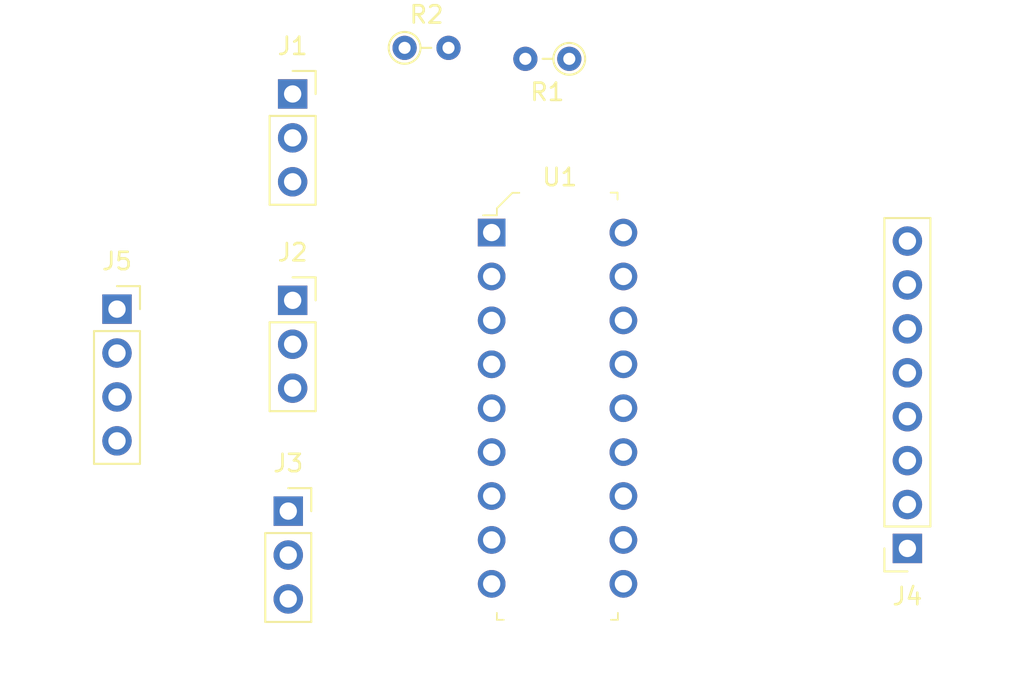
<source format=kicad_pcb>
(kicad_pcb (version 20171130) (host pcbnew "(5.1.2)-1")

  (general
    (thickness 1.6)
    (drawings 0)
    (tracks 0)
    (zones 0)
    (modules 8)
    (nets 17)
  )

  (page A4)
  (layers
    (0 F.Cu signal)
    (31 B.Cu signal)
    (32 B.Adhes user)
    (33 F.Adhes user)
    (34 B.Paste user)
    (35 F.Paste user)
    (36 B.SilkS user)
    (37 F.SilkS user)
    (38 B.Mask user)
    (39 F.Mask user)
    (40 Dwgs.User user)
    (41 Cmts.User user)
    (42 Eco1.User user)
    (43 Eco2.User user)
    (44 Edge.Cuts user)
    (45 Margin user)
    (46 B.CrtYd user)
    (47 F.CrtYd user)
    (48 B.Fab user)
    (49 F.Fab user)
  )

  (setup
    (last_trace_width 0.25)
    (trace_clearance 0.2)
    (zone_clearance 0.508)
    (zone_45_only no)
    (trace_min 0.2)
    (via_size 0.8)
    (via_drill 0.4)
    (via_min_size 0.4)
    (via_min_drill 0.3)
    (uvia_size 0.3)
    (uvia_drill 0.1)
    (uvias_allowed no)
    (uvia_min_size 0.2)
    (uvia_min_drill 0.1)
    (edge_width 0.1)
    (segment_width 0.2)
    (pcb_text_width 0.3)
    (pcb_text_size 1.5 1.5)
    (mod_edge_width 0.15)
    (mod_text_size 1 1)
    (mod_text_width 0.15)
    (pad_size 1.524 1.524)
    (pad_drill 0.762)
    (pad_to_mask_clearance 0)
    (aux_axis_origin 0 0)
    (visible_elements FFFFFF7F)
    (pcbplotparams
      (layerselection 0x010fc_ffffffff)
      (usegerberextensions false)
      (usegerberattributes false)
      (usegerberadvancedattributes false)
      (creategerberjobfile false)
      (excludeedgelayer true)
      (linewidth 0.100000)
      (plotframeref false)
      (viasonmask false)
      (mode 1)
      (useauxorigin false)
      (hpglpennumber 1)
      (hpglpenspeed 20)
      (hpglpendiameter 15.000000)
      (psnegative false)
      (psa4output false)
      (plotreference true)
      (plotvalue true)
      (plotinvisibletext false)
      (padsonsilk false)
      (subtractmaskfromsilk false)
      (outputformat 1)
      (mirror false)
      (drillshape 1)
      (scaleselection 1)
      (outputdirectory ""))
  )

  (net 0 "")
  (net 1 GND)
  (net 2 "Net-(J1-Pad2)")
  (net 3 VCC)
  (net 4 "Net-(J2-Pad2)")
  (net 5 "Net-(J3-Pad2)")
  (net 6 "Net-(J4-Pad8)")
  (net 7 "Net-(J4-Pad7)")
  (net 8 "Net-(J4-Pad6)")
  (net 9 "Net-(J4-Pad5)")
  (net 10 "Net-(J4-Pad4)")
  (net 11 "Net-(J4-Pad3)")
  (net 12 "Net-(J4-Pad2)")
  (net 13 "Net-(J4-Pad1)")
  (net 14 /SCL)
  (net 15 /SDA)
  (net 16 "Net-(U1-Pad7)")

  (net_class Default "This is the default net class."
    (clearance 0.2)
    (trace_width 0.25)
    (via_dia 0.8)
    (via_drill 0.4)
    (uvia_dia 0.3)
    (uvia_drill 0.1)
    (add_net /SCL)
    (add_net /SDA)
    (add_net GND)
    (add_net "Net-(J1-Pad2)")
    (add_net "Net-(J2-Pad2)")
    (add_net "Net-(J3-Pad2)")
    (add_net "Net-(J4-Pad1)")
    (add_net "Net-(J4-Pad2)")
    (add_net "Net-(J4-Pad3)")
    (add_net "Net-(J4-Pad4)")
    (add_net "Net-(J4-Pad5)")
    (add_net "Net-(J4-Pad6)")
    (add_net "Net-(J4-Pad7)")
    (add_net "Net-(J4-Pad8)")
    (add_net "Net-(U1-Pad7)")
    (add_net VCC)
  )

  (module digikey-footprints:DIP-18_W7.62mm (layer F.Cu) (tedit 596F86A9) (tstamp 5E98108B)
    (at 106.6356 101.3626)
    (descr http://www.ti.com/lit/ds/symlink/tpic6b595.pdf)
    (path /5E97681C)
    (fp_text reference U1 (at 3.94 -3.2) (layer F.SilkS)
      (effects (font (size 1 1) (thickness 0.15)))
    )
    (fp_text value MCP23008-E_P (at 3.88 24.81) (layer F.Fab)
      (effects (font (size 1 1) (thickness 0.15)))
    )
    (fp_line (start 7.08 -2.1) (end 7.08 22.2) (layer F.Fab) (width 0.1))
    (fp_line (start 0.48 -1.2) (end 1.38 -2.1) (layer F.Fab) (width 0.1))
    (fp_line (start 1.38 -2.1) (end 7.08 -2.1) (layer F.Fab) (width 0.1))
    (fp_line (start 0.48 -1.2) (end 0.48 22.2) (layer F.Fab) (width 0.1))
    (fp_line (start 7.28 -2.31) (end 6.88 -2.31) (layer F.SilkS) (width 0.1))
    (fp_line (start 7.28 -1.91) (end 7.28 -2.31) (layer F.SilkS) (width 0.1))
    (fp_line (start -1.05 -2.25) (end -1.05 22.45) (layer F.CrtYd) (width 0.05))
    (fp_line (start 8.67 22.45) (end 8.67 -2.25) (layer F.CrtYd) (width 0.05))
    (fp_line (start -1.05 -2.35) (end 8.67 -2.35) (layer F.CrtYd) (width 0.05))
    (fp_text user REF** (at 3.84 7.67) (layer F.Fab)
      (effects (font (size 1 1) (thickness 0.1)))
    )
    (fp_line (start 0.48 22.2) (end 7.08 22.2) (layer F.Fab) (width 0.1))
    (fp_line (start 0.3 22.4) (end 0.7 22.4) (layer F.SilkS) (width 0.1))
    (fp_line (start 0.3 22) (end 0.3 22.4) (layer F.SilkS) (width 0.1))
    (fp_line (start 7.3 22.4) (end 7.3 22) (layer F.SilkS) (width 0.1))
    (fp_line (start 6.9 22.4) (end 7.3 22.4) (layer F.SilkS) (width 0.1))
    (fp_line (start -1.05 22.45) (end 8.67 22.45) (layer F.CrtYd) (width 0.05))
    (fp_line (start -1.05 -2.35) (end -1.05 -2.25) (layer F.CrtYd) (width 0.05))
    (fp_line (start 8.67 -2.35) (end 8.67 -2.25) (layer F.CrtYd) (width 0.05))
    (fp_line (start 0.3 -1) (end -0.5 -1) (layer F.SilkS) (width 0.1))
    (fp_line (start 0.3 -1.4) (end 0.3 -1) (layer F.SilkS) (width 0.1))
    (fp_line (start 1.2 -2.3) (end 0.3 -1.4) (layer F.SilkS) (width 0.1))
    (fp_line (start 1.6 -2.3) (end 1.2 -2.3) (layer F.SilkS) (width 0.1))
    (pad 10 thru_hole circle (at 7.62 20.32) (size 1.6 1.6) (drill 1) (layers *.Cu *.Mask)
      (net 13 "Net-(J4-Pad1)"))
    (pad 9 thru_hole circle (at 0 20.32) (size 1.6 1.6) (drill 1) (layers *.Cu *.Mask)
      (net 1 GND))
    (pad 11 thru_hole circle (at 7.62 17.78) (size 1.6 1.6) (drill 1) (layers *.Cu *.Mask)
      (net 12 "Net-(J4-Pad2)"))
    (pad 8 thru_hole circle (at 0 17.78) (size 1.6 1.6) (drill 1) (layers *.Cu *.Mask)
      (net 1 GND))
    (pad 18 thru_hole circle (at 7.62 0) (size 1.6 1.6) (drill 1) (layers *.Cu *.Mask)
      (net 3 VCC))
    (pad 17 thru_hole circle (at 7.62 2.54) (size 1.6 1.6) (drill 1) (layers *.Cu *.Mask)
      (net 6 "Net-(J4-Pad8)"))
    (pad 16 thru_hole circle (at 7.62 5.08) (size 1.6 1.6) (drill 1) (layers *.Cu *.Mask)
      (net 7 "Net-(J4-Pad7)"))
    (pad 15 thru_hole circle (at 7.62 7.62) (size 1.6 1.6) (drill 1) (layers *.Cu *.Mask)
      (net 8 "Net-(J4-Pad6)"))
    (pad 14 thru_hole circle (at 7.62 10.16) (size 1.6 1.6) (drill 1) (layers *.Cu *.Mask)
      (net 9 "Net-(J4-Pad5)"))
    (pad 13 thru_hole circle (at 7.62 12.7) (size 1.6 1.6) (drill 1) (layers *.Cu *.Mask)
      (net 10 "Net-(J4-Pad4)"))
    (pad 12 thru_hole circle (at 7.62 15.24) (size 1.6 1.6) (drill 1) (layers *.Cu *.Mask)
      (net 11 "Net-(J4-Pad3)"))
    (pad 7 thru_hole circle (at 0 15.24) (size 1.6 1.6) (drill 1) (layers *.Cu *.Mask)
      (net 16 "Net-(U1-Pad7)"))
    (pad 6 thru_hole circle (at 0 12.7) (size 1.6 1.6) (drill 1) (layers *.Cu *.Mask)
      (net 3 VCC))
    (pad 5 thru_hole circle (at 0 10.16) (size 1.6 1.6) (drill 1) (layers *.Cu *.Mask)
      (net 5 "Net-(J3-Pad2)"))
    (pad 4 thru_hole circle (at 0 7.62) (size 1.6 1.6) (drill 1) (layers *.Cu *.Mask)
      (net 4 "Net-(J2-Pad2)"))
    (pad 3 thru_hole circle (at 0 5.08) (size 1.6 1.6) (drill 1) (layers *.Cu *.Mask)
      (net 2 "Net-(J1-Pad2)"))
    (pad 2 thru_hole circle (at 0 2.54) (size 1.6 1.6) (drill 1) (layers *.Cu *.Mask)
      (net 15 /SDA))
    (pad 1 thru_hole rect (at 0 0) (size 1.6 1.6) (drill 1) (layers *.Cu *.Mask)
      (net 14 /SCL))
  )

  (module Resistor_THT:R_Axial_DIN0204_L3.6mm_D1.6mm_P2.54mm_Vertical (layer F.Cu) (tedit 5AE5139B) (tstamp 5E98105F)
    (at 101.6 90.678)
    (descr "Resistor, Axial_DIN0204 series, Axial, Vertical, pin pitch=2.54mm, 0.167W, length*diameter=3.6*1.6mm^2, http://cdn-reichelt.de/documents/datenblatt/B400/1_4W%23YAG.pdf")
    (tags "Resistor Axial_DIN0204 series Axial Vertical pin pitch 2.54mm 0.167W length 3.6mm diameter 1.6mm")
    (path /5E9B67C4)
    (fp_text reference R2 (at 1.27 -1.92) (layer F.SilkS)
      (effects (font (size 1 1) (thickness 0.15)))
    )
    (fp_text value 1K (at 1.27 1.92) (layer F.Fab)
      (effects (font (size 1 1) (thickness 0.15)))
    )
    (fp_text user %R (at 1.27 -1.92) (layer F.Fab)
      (effects (font (size 1 1) (thickness 0.15)))
    )
    (fp_line (start 3.49 -1.05) (end -1.05 -1.05) (layer F.CrtYd) (width 0.05))
    (fp_line (start 3.49 1.05) (end 3.49 -1.05) (layer F.CrtYd) (width 0.05))
    (fp_line (start -1.05 1.05) (end 3.49 1.05) (layer F.CrtYd) (width 0.05))
    (fp_line (start -1.05 -1.05) (end -1.05 1.05) (layer F.CrtYd) (width 0.05))
    (fp_line (start 0.92 0) (end 1.54 0) (layer F.SilkS) (width 0.12))
    (fp_line (start 0 0) (end 2.54 0) (layer F.Fab) (width 0.1))
    (fp_circle (center 0 0) (end 0.92 0) (layer F.SilkS) (width 0.12))
    (fp_circle (center 0 0) (end 0.8 0) (layer F.Fab) (width 0.1))
    (pad 2 thru_hole oval (at 2.54 0) (size 1.4 1.4) (drill 0.7) (layers *.Cu *.Mask)
      (net 15 /SDA))
    (pad 1 thru_hole circle (at 0 0) (size 1.4 1.4) (drill 0.7) (layers *.Cu *.Mask)
      (net 3 VCC))
    (model ${KISYS3DMOD}/Resistor_THT.3dshapes/R_Axial_DIN0204_L3.6mm_D1.6mm_P2.54mm_Vertical.wrl
      (at (xyz 0 0 0))
      (scale (xyz 1 1 1))
      (rotate (xyz 0 0 0))
    )
  )

  (module Resistor_THT:R_Axial_DIN0204_L3.6mm_D1.6mm_P2.54mm_Vertical (layer F.Cu) (tedit 5AE5139B) (tstamp 5E981050)
    (at 111.125 91.313 180)
    (descr "Resistor, Axial_DIN0204 series, Axial, Vertical, pin pitch=2.54mm, 0.167W, length*diameter=3.6*1.6mm^2, http://cdn-reichelt.de/documents/datenblatt/B400/1_4W%23YAG.pdf")
    (tags "Resistor Axial_DIN0204 series Axial Vertical pin pitch 2.54mm 0.167W length 3.6mm diameter 1.6mm")
    (path /5E9B4D29)
    (fp_text reference R1 (at 1.27 -1.92) (layer F.SilkS)
      (effects (font (size 1 1) (thickness 0.15)))
    )
    (fp_text value 1K (at 1.27 1.92) (layer F.Fab)
      (effects (font (size 1 1) (thickness 0.15)))
    )
    (fp_text user %R (at 1.27 -1.92) (layer F.Fab)
      (effects (font (size 1 1) (thickness 0.15)))
    )
    (fp_line (start 3.49 -1.05) (end -1.05 -1.05) (layer F.CrtYd) (width 0.05))
    (fp_line (start 3.49 1.05) (end 3.49 -1.05) (layer F.CrtYd) (width 0.05))
    (fp_line (start -1.05 1.05) (end 3.49 1.05) (layer F.CrtYd) (width 0.05))
    (fp_line (start -1.05 -1.05) (end -1.05 1.05) (layer F.CrtYd) (width 0.05))
    (fp_line (start 0.92 0) (end 1.54 0) (layer F.SilkS) (width 0.12))
    (fp_line (start 0 0) (end 2.54 0) (layer F.Fab) (width 0.1))
    (fp_circle (center 0 0) (end 0.92 0) (layer F.SilkS) (width 0.12))
    (fp_circle (center 0 0) (end 0.8 0) (layer F.Fab) (width 0.1))
    (pad 2 thru_hole oval (at 2.54 0 180) (size 1.4 1.4) (drill 0.7) (layers *.Cu *.Mask)
      (net 14 /SCL))
    (pad 1 thru_hole circle (at 0 0 180) (size 1.4 1.4) (drill 0.7) (layers *.Cu *.Mask)
      (net 3 VCC))
    (model ${KISYS3DMOD}/Resistor_THT.3dshapes/R_Axial_DIN0204_L3.6mm_D1.6mm_P2.54mm_Vertical.wrl
      (at (xyz 0 0 0))
      (scale (xyz 1 1 1))
      (rotate (xyz 0 0 0))
    )
  )

  (module Connector_PinSocket_2.54mm:PinSocket_1x04_P2.54mm_Vertical (layer F.Cu) (tedit 5A19A429) (tstamp 5E981041)
    (at 84.963 105.791)
    (descr "Through hole straight socket strip, 1x04, 2.54mm pitch, single row (from Kicad 4.0.7), script generated")
    (tags "Through hole socket strip THT 1x04 2.54mm single row")
    (path /5E985F93)
    (fp_text reference J5 (at 0 -2.77) (layer F.SilkS)
      (effects (font (size 1 1) (thickness 0.15)))
    )
    (fp_text value Conn_01x04_Male (at 0 10.39) (layer F.Fab)
      (effects (font (size 1 1) (thickness 0.15)))
    )
    (fp_text user %R (at 0 3.81 90) (layer F.Fab)
      (effects (font (size 1 1) (thickness 0.15)))
    )
    (fp_line (start -1.8 9.4) (end -1.8 -1.8) (layer F.CrtYd) (width 0.05))
    (fp_line (start 1.75 9.4) (end -1.8 9.4) (layer F.CrtYd) (width 0.05))
    (fp_line (start 1.75 -1.8) (end 1.75 9.4) (layer F.CrtYd) (width 0.05))
    (fp_line (start -1.8 -1.8) (end 1.75 -1.8) (layer F.CrtYd) (width 0.05))
    (fp_line (start 0 -1.33) (end 1.33 -1.33) (layer F.SilkS) (width 0.12))
    (fp_line (start 1.33 -1.33) (end 1.33 0) (layer F.SilkS) (width 0.12))
    (fp_line (start 1.33 1.27) (end 1.33 8.95) (layer F.SilkS) (width 0.12))
    (fp_line (start -1.33 8.95) (end 1.33 8.95) (layer F.SilkS) (width 0.12))
    (fp_line (start -1.33 1.27) (end -1.33 8.95) (layer F.SilkS) (width 0.12))
    (fp_line (start -1.33 1.27) (end 1.33 1.27) (layer F.SilkS) (width 0.12))
    (fp_line (start -1.27 8.89) (end -1.27 -1.27) (layer F.Fab) (width 0.1))
    (fp_line (start 1.27 8.89) (end -1.27 8.89) (layer F.Fab) (width 0.1))
    (fp_line (start 1.27 -0.635) (end 1.27 8.89) (layer F.Fab) (width 0.1))
    (fp_line (start 0.635 -1.27) (end 1.27 -0.635) (layer F.Fab) (width 0.1))
    (fp_line (start -1.27 -1.27) (end 0.635 -1.27) (layer F.Fab) (width 0.1))
    (pad 4 thru_hole oval (at 0 7.62) (size 1.7 1.7) (drill 1) (layers *.Cu *.Mask)
      (net 1 GND))
    (pad 3 thru_hole oval (at 0 5.08) (size 1.7 1.7) (drill 1) (layers *.Cu *.Mask)
      (net 14 /SCL))
    (pad 2 thru_hole oval (at 0 2.54) (size 1.7 1.7) (drill 1) (layers *.Cu *.Mask)
      (net 15 /SDA))
    (pad 1 thru_hole rect (at 0 0) (size 1.7 1.7) (drill 1) (layers *.Cu *.Mask)
      (net 3 VCC))
    (model ${KISYS3DMOD}/Connector_PinSocket_2.54mm.3dshapes/PinSocket_1x04_P2.54mm_Vertical.wrl
      (at (xyz 0 0 0))
      (scale (xyz 1 1 1))
      (rotate (xyz 0 0 0))
    )
  )

  (module Connector_PinSocket_2.54mm:PinSocket_1x08_P2.54mm_Vertical (layer F.Cu) (tedit 5A19A420) (tstamp 5E981029)
    (at 130.683 119.634 180)
    (descr "Through hole straight socket strip, 1x08, 2.54mm pitch, single row (from Kicad 4.0.7), script generated")
    (tags "Through hole socket strip THT 1x08 2.54mm single row")
    (path /5E9868A8)
    (fp_text reference J4 (at 0 -2.77) (layer F.SilkS)
      (effects (font (size 1 1) (thickness 0.15)))
    )
    (fp_text value Conn_01x08_Male (at 0 20.55) (layer F.Fab)
      (effects (font (size 1 1) (thickness 0.15)))
    )
    (fp_text user %R (at 0 8.89 90) (layer F.Fab)
      (effects (font (size 1 1) (thickness 0.15)))
    )
    (fp_line (start -1.8 19.55) (end -1.8 -1.8) (layer F.CrtYd) (width 0.05))
    (fp_line (start 1.75 19.55) (end -1.8 19.55) (layer F.CrtYd) (width 0.05))
    (fp_line (start 1.75 -1.8) (end 1.75 19.55) (layer F.CrtYd) (width 0.05))
    (fp_line (start -1.8 -1.8) (end 1.75 -1.8) (layer F.CrtYd) (width 0.05))
    (fp_line (start 0 -1.33) (end 1.33 -1.33) (layer F.SilkS) (width 0.12))
    (fp_line (start 1.33 -1.33) (end 1.33 0) (layer F.SilkS) (width 0.12))
    (fp_line (start 1.33 1.27) (end 1.33 19.11) (layer F.SilkS) (width 0.12))
    (fp_line (start -1.33 19.11) (end 1.33 19.11) (layer F.SilkS) (width 0.12))
    (fp_line (start -1.33 1.27) (end -1.33 19.11) (layer F.SilkS) (width 0.12))
    (fp_line (start -1.33 1.27) (end 1.33 1.27) (layer F.SilkS) (width 0.12))
    (fp_line (start -1.27 19.05) (end -1.27 -1.27) (layer F.Fab) (width 0.1))
    (fp_line (start 1.27 19.05) (end -1.27 19.05) (layer F.Fab) (width 0.1))
    (fp_line (start 1.27 -0.635) (end 1.27 19.05) (layer F.Fab) (width 0.1))
    (fp_line (start 0.635 -1.27) (end 1.27 -0.635) (layer F.Fab) (width 0.1))
    (fp_line (start -1.27 -1.27) (end 0.635 -1.27) (layer F.Fab) (width 0.1))
    (pad 8 thru_hole oval (at 0 17.78 180) (size 1.7 1.7) (drill 1) (layers *.Cu *.Mask)
      (net 6 "Net-(J4-Pad8)"))
    (pad 7 thru_hole oval (at 0 15.24 180) (size 1.7 1.7) (drill 1) (layers *.Cu *.Mask)
      (net 7 "Net-(J4-Pad7)"))
    (pad 6 thru_hole oval (at 0 12.7 180) (size 1.7 1.7) (drill 1) (layers *.Cu *.Mask)
      (net 8 "Net-(J4-Pad6)"))
    (pad 5 thru_hole oval (at 0 10.16 180) (size 1.7 1.7) (drill 1) (layers *.Cu *.Mask)
      (net 9 "Net-(J4-Pad5)"))
    (pad 4 thru_hole oval (at 0 7.62 180) (size 1.7 1.7) (drill 1) (layers *.Cu *.Mask)
      (net 10 "Net-(J4-Pad4)"))
    (pad 3 thru_hole oval (at 0 5.08 180) (size 1.7 1.7) (drill 1) (layers *.Cu *.Mask)
      (net 11 "Net-(J4-Pad3)"))
    (pad 2 thru_hole oval (at 0 2.54 180) (size 1.7 1.7) (drill 1) (layers *.Cu *.Mask)
      (net 12 "Net-(J4-Pad2)"))
    (pad 1 thru_hole rect (at 0 0 180) (size 1.7 1.7) (drill 1) (layers *.Cu *.Mask)
      (net 13 "Net-(J4-Pad1)"))
    (model ${KISYS3DMOD}/Connector_PinSocket_2.54mm.3dshapes/PinSocket_1x08_P2.54mm_Vertical.wrl
      (at (xyz 0 0 0))
      (scale (xyz 1 1 1))
      (rotate (xyz 0 0 0))
    )
  )

  (module Connector_PinSocket_2.54mm:PinSocket_1x03_P2.54mm_Vertical (layer F.Cu) (tedit 5A19A429) (tstamp 5E98100D)
    (at 94.869 117.475)
    (descr "Through hole straight socket strip, 1x03, 2.54mm pitch, single row (from Kicad 4.0.7), script generated")
    (tags "Through hole socket strip THT 1x03 2.54mm single row")
    (path /5E98323E)
    (fp_text reference J3 (at 0 -2.77) (layer F.SilkS)
      (effects (font (size 1 1) (thickness 0.15)))
    )
    (fp_text value Conn_01x03_Male (at 0 7.85) (layer F.Fab)
      (effects (font (size 1 1) (thickness 0.15)))
    )
    (fp_text user %R (at 0 2.54 90) (layer F.Fab)
      (effects (font (size 1 1) (thickness 0.15)))
    )
    (fp_line (start -1.8 6.85) (end -1.8 -1.8) (layer F.CrtYd) (width 0.05))
    (fp_line (start 1.75 6.85) (end -1.8 6.85) (layer F.CrtYd) (width 0.05))
    (fp_line (start 1.75 -1.8) (end 1.75 6.85) (layer F.CrtYd) (width 0.05))
    (fp_line (start -1.8 -1.8) (end 1.75 -1.8) (layer F.CrtYd) (width 0.05))
    (fp_line (start 0 -1.33) (end 1.33 -1.33) (layer F.SilkS) (width 0.12))
    (fp_line (start 1.33 -1.33) (end 1.33 0) (layer F.SilkS) (width 0.12))
    (fp_line (start 1.33 1.27) (end 1.33 6.41) (layer F.SilkS) (width 0.12))
    (fp_line (start -1.33 6.41) (end 1.33 6.41) (layer F.SilkS) (width 0.12))
    (fp_line (start -1.33 1.27) (end -1.33 6.41) (layer F.SilkS) (width 0.12))
    (fp_line (start -1.33 1.27) (end 1.33 1.27) (layer F.SilkS) (width 0.12))
    (fp_line (start -1.27 6.35) (end -1.27 -1.27) (layer F.Fab) (width 0.1))
    (fp_line (start 1.27 6.35) (end -1.27 6.35) (layer F.Fab) (width 0.1))
    (fp_line (start 1.27 -0.635) (end 1.27 6.35) (layer F.Fab) (width 0.1))
    (fp_line (start 0.635 -1.27) (end 1.27 -0.635) (layer F.Fab) (width 0.1))
    (fp_line (start -1.27 -1.27) (end 0.635 -1.27) (layer F.Fab) (width 0.1))
    (pad 3 thru_hole oval (at 0 5.08) (size 1.7 1.7) (drill 1) (layers *.Cu *.Mask)
      (net 1 GND))
    (pad 2 thru_hole oval (at 0 2.54) (size 1.7 1.7) (drill 1) (layers *.Cu *.Mask)
      (net 5 "Net-(J3-Pad2)"))
    (pad 1 thru_hole rect (at 0 0) (size 1.7 1.7) (drill 1) (layers *.Cu *.Mask)
      (net 3 VCC))
    (model ${KISYS3DMOD}/Connector_PinSocket_2.54mm.3dshapes/PinSocket_1x03_P2.54mm_Vertical.wrl
      (at (xyz 0 0 0))
      (scale (xyz 1 1 1))
      (rotate (xyz 0 0 0))
    )
  )

  (module Connector_PinSocket_2.54mm:PinSocket_1x03_P2.54mm_Vertical (layer F.Cu) (tedit 5A19A429) (tstamp 5E980FF6)
    (at 95.123 105.283)
    (descr "Through hole straight socket strip, 1x03, 2.54mm pitch, single row (from Kicad 4.0.7), script generated")
    (tags "Through hole socket strip THT 1x03 2.54mm single row")
    (path /5E982BDF)
    (fp_text reference J2 (at 0 -2.77) (layer F.SilkS)
      (effects (font (size 1 1) (thickness 0.15)))
    )
    (fp_text value Conn_01x03_Male (at 0 7.85) (layer F.Fab)
      (effects (font (size 1 1) (thickness 0.15)))
    )
    (fp_text user %R (at 0 2.54 90) (layer F.Fab)
      (effects (font (size 1 1) (thickness 0.15)))
    )
    (fp_line (start -1.8 6.85) (end -1.8 -1.8) (layer F.CrtYd) (width 0.05))
    (fp_line (start 1.75 6.85) (end -1.8 6.85) (layer F.CrtYd) (width 0.05))
    (fp_line (start 1.75 -1.8) (end 1.75 6.85) (layer F.CrtYd) (width 0.05))
    (fp_line (start -1.8 -1.8) (end 1.75 -1.8) (layer F.CrtYd) (width 0.05))
    (fp_line (start 0 -1.33) (end 1.33 -1.33) (layer F.SilkS) (width 0.12))
    (fp_line (start 1.33 -1.33) (end 1.33 0) (layer F.SilkS) (width 0.12))
    (fp_line (start 1.33 1.27) (end 1.33 6.41) (layer F.SilkS) (width 0.12))
    (fp_line (start -1.33 6.41) (end 1.33 6.41) (layer F.SilkS) (width 0.12))
    (fp_line (start -1.33 1.27) (end -1.33 6.41) (layer F.SilkS) (width 0.12))
    (fp_line (start -1.33 1.27) (end 1.33 1.27) (layer F.SilkS) (width 0.12))
    (fp_line (start -1.27 6.35) (end -1.27 -1.27) (layer F.Fab) (width 0.1))
    (fp_line (start 1.27 6.35) (end -1.27 6.35) (layer F.Fab) (width 0.1))
    (fp_line (start 1.27 -0.635) (end 1.27 6.35) (layer F.Fab) (width 0.1))
    (fp_line (start 0.635 -1.27) (end 1.27 -0.635) (layer F.Fab) (width 0.1))
    (fp_line (start -1.27 -1.27) (end 0.635 -1.27) (layer F.Fab) (width 0.1))
    (pad 3 thru_hole oval (at 0 5.08) (size 1.7 1.7) (drill 1) (layers *.Cu *.Mask)
      (net 1 GND))
    (pad 2 thru_hole oval (at 0 2.54) (size 1.7 1.7) (drill 1) (layers *.Cu *.Mask)
      (net 4 "Net-(J2-Pad2)"))
    (pad 1 thru_hole rect (at 0 0) (size 1.7 1.7) (drill 1) (layers *.Cu *.Mask)
      (net 3 VCC))
    (model ${KISYS3DMOD}/Connector_PinSocket_2.54mm.3dshapes/PinSocket_1x03_P2.54mm_Vertical.wrl
      (at (xyz 0 0 0))
      (scale (xyz 1 1 1))
      (rotate (xyz 0 0 0))
    )
  )

  (module Connector_PinSocket_2.54mm:PinSocket_1x03_P2.54mm_Vertical (layer F.Cu) (tedit 5A19A429) (tstamp 5E980FDF)
    (at 95.123 93.345)
    (descr "Through hole straight socket strip, 1x03, 2.54mm pitch, single row (from Kicad 4.0.7), script generated")
    (tags "Through hole socket strip THT 1x03 2.54mm single row")
    (path /5E9804A1)
    (fp_text reference J1 (at 0 -2.77) (layer F.SilkS)
      (effects (font (size 1 1) (thickness 0.15)))
    )
    (fp_text value Conn_01x03_Male (at 0 7.85) (layer F.Fab)
      (effects (font (size 1 1) (thickness 0.15)))
    )
    (fp_text user %R (at 0 2.54 90) (layer F.Fab)
      (effects (font (size 1 1) (thickness 0.15)))
    )
    (fp_line (start -1.8 6.85) (end -1.8 -1.8) (layer F.CrtYd) (width 0.05))
    (fp_line (start 1.75 6.85) (end -1.8 6.85) (layer F.CrtYd) (width 0.05))
    (fp_line (start 1.75 -1.8) (end 1.75 6.85) (layer F.CrtYd) (width 0.05))
    (fp_line (start -1.8 -1.8) (end 1.75 -1.8) (layer F.CrtYd) (width 0.05))
    (fp_line (start 0 -1.33) (end 1.33 -1.33) (layer F.SilkS) (width 0.12))
    (fp_line (start 1.33 -1.33) (end 1.33 0) (layer F.SilkS) (width 0.12))
    (fp_line (start 1.33 1.27) (end 1.33 6.41) (layer F.SilkS) (width 0.12))
    (fp_line (start -1.33 6.41) (end 1.33 6.41) (layer F.SilkS) (width 0.12))
    (fp_line (start -1.33 1.27) (end -1.33 6.41) (layer F.SilkS) (width 0.12))
    (fp_line (start -1.33 1.27) (end 1.33 1.27) (layer F.SilkS) (width 0.12))
    (fp_line (start -1.27 6.35) (end -1.27 -1.27) (layer F.Fab) (width 0.1))
    (fp_line (start 1.27 6.35) (end -1.27 6.35) (layer F.Fab) (width 0.1))
    (fp_line (start 1.27 -0.635) (end 1.27 6.35) (layer F.Fab) (width 0.1))
    (fp_line (start 0.635 -1.27) (end 1.27 -0.635) (layer F.Fab) (width 0.1))
    (fp_line (start -1.27 -1.27) (end 0.635 -1.27) (layer F.Fab) (width 0.1))
    (pad 3 thru_hole oval (at 0 5.08) (size 1.7 1.7) (drill 1) (layers *.Cu *.Mask)
      (net 1 GND))
    (pad 2 thru_hole oval (at 0 2.54) (size 1.7 1.7) (drill 1) (layers *.Cu *.Mask)
      (net 2 "Net-(J1-Pad2)"))
    (pad 1 thru_hole rect (at 0 0) (size 1.7 1.7) (drill 1) (layers *.Cu *.Mask)
      (net 3 VCC))
    (model ${KISYS3DMOD}/Connector_PinSocket_2.54mm.3dshapes/PinSocket_1x03_P2.54mm_Vertical.wrl
      (at (xyz 0 0 0))
      (scale (xyz 1 1 1))
      (rotate (xyz 0 0 0))
    )
  )

)

</source>
